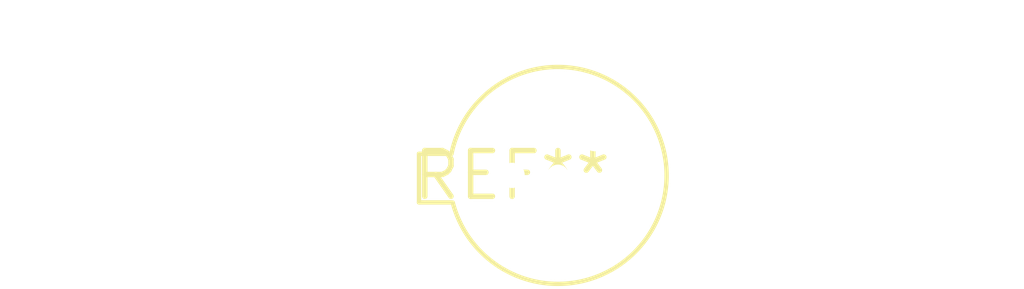
<source format=kicad_pcb>
(kicad_pcb (version 20240108) (generator pcbnew)
  (layers (0 "F.Cu" signal) (31 "B.Cu" signal) (34 "B.Paste" user) (35 "F.Paste" user) (36 "B.SilkS" user "B.Silkscreen") (37 "F.SilkS" user "F.Silkscreen") (38 "B.Mask" user) (39 "F.Mask" user) (44 "Edge.Cuts" user))
  (net 0 "")
  (footprint "TO-46-3_Pin2Center_Window" (layer "F.Cu") (at 0 0)
    (property "Reference" "REF**")
    (property "Value" "TO-46-3_Pin2Center_Window")
    (fp_line (start -2.58 -0.6) (end -2.58 0.75) (layer "F.SilkS") (stroke (width 0.12)))
    (fp_line (start -2.58 0.75) (end -1.68 0.75) (layer "F.SilkS") (stroke (width 0.12)))
    (fp_line (start -1.68 -0.6) (end -2.58 -0.6) (layer "F.SilkS") (stroke (width 0.12)))
    (fp_arc (start -1.68 -0.6) (mid 4.279362 -0.078983) (end -1.644465 0.753918) (layer "F.SilkS") (stroke (width 0.12)))
    (pad "1" thru_hole oval (at 0 0 90) (size 1.5 1) (drill 0.7) (layers *.Cu *.Mask) (remove_unused_layers))
    (pad "2" thru_hole oval (at 1.27 0) (size 1 1) (drill 0.6) (layers *.Cu *.Mask) (remove_unused_layers))
    (pad "3" thru_hole oval (at 2.29 -1.02 90) (size 1 1) (drill 0.7) (layers *.Cu *.Mask) (remove_unused_layers))
  )
)
</source>
